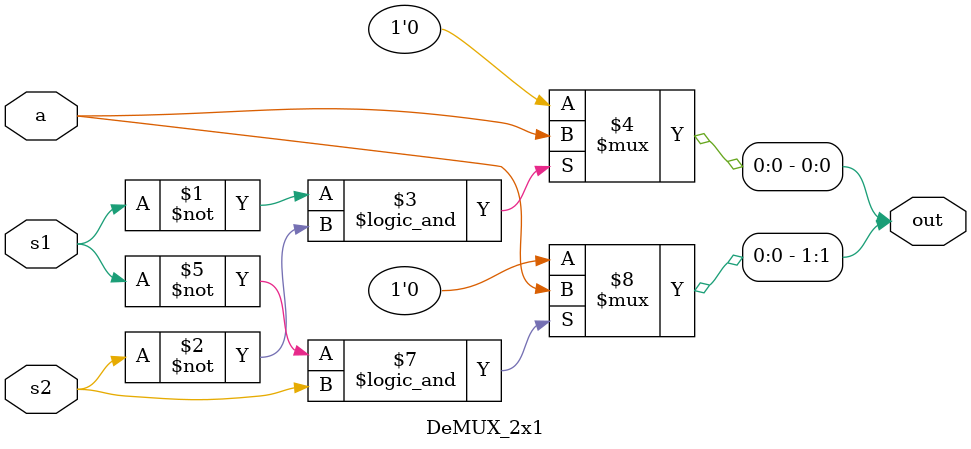
<source format=v>
module DeMUX_2x1 (a,s1,s2,out);
  output [1:0] out;
input  a;
input s1,s2;
  
  assign out[0] =(s1==0 && s2==0) ? a:1'b0;
  assign out[1] =(s1==0 && s2==1) ? a:1'b0;
endmodule

</source>
